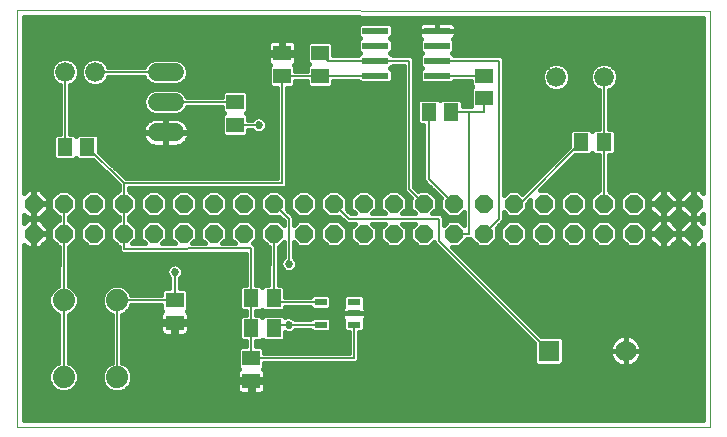
<source format=gtl>
G75*
%MOIN*%
%OFA0B0*%
%FSLAX25Y25*%
%IPPOS*%
%LPD*%
%AMOC8*
5,1,8,0,0,1.08239X$1,22.5*
%
%ADD10C,0.00000*%
%ADD11R,0.05118X0.05906*%
%ADD12R,0.05906X0.05118*%
%ADD13C,0.06600*%
%ADD14R,0.04331X0.02362*%
%ADD15R,0.08700X0.02400*%
%ADD16C,0.07400*%
%ADD17R,0.07000X0.07000*%
%ADD18C,0.07000*%
%ADD19OC8,0.06000*%
%ADD20C,0.06000*%
%ADD21C,0.00600*%
%ADD22C,0.02700*%
%ADD23C,0.01600*%
D10*
X0021800Y0021800D02*
X0021800Y0160501D01*
X0252745Y0160343D01*
X0252745Y0021800D01*
X0021800Y0021800D01*
D11*
X0099713Y0054556D03*
X0107194Y0054556D03*
X0107194Y0064556D03*
X0099713Y0064556D03*
X0045146Y0114989D03*
X0037666Y0114989D03*
X0158868Y0126800D03*
X0166348Y0126800D03*
X0209753Y0116643D03*
X0217233Y0116643D03*
D12*
X0177238Y0131292D03*
X0177238Y0138772D03*
X0122829Y0138787D03*
X0122829Y0146267D03*
X0110034Y0146262D03*
X0110034Y0138781D03*
X0094359Y0129910D03*
X0094359Y0122430D03*
X0074202Y0063926D03*
X0074202Y0056446D03*
X0099722Y0044622D03*
X0099722Y0037141D03*
D13*
X0201485Y0138217D03*
X0217233Y0138217D03*
X0047706Y0139989D03*
X0037706Y0139989D03*
D14*
X0122942Y0063296D03*
X0122942Y0055816D03*
X0133965Y0055816D03*
X0133965Y0059556D03*
X0133965Y0063296D03*
D15*
X0141133Y0138797D03*
X0141133Y0143797D03*
X0141133Y0148797D03*
X0141133Y0153797D03*
X0161733Y0153797D03*
X0161733Y0148797D03*
X0161733Y0143797D03*
X0161733Y0138797D03*
D16*
X0054991Y0063891D03*
X0037191Y0063891D03*
X0037191Y0038291D03*
X0054991Y0038291D03*
D17*
X0198965Y0047036D03*
D18*
X0224556Y0047036D03*
D19*
X0227233Y0086131D03*
X0217233Y0086131D03*
X0207233Y0086131D03*
X0197233Y0086131D03*
X0187233Y0086131D03*
X0177233Y0086131D03*
X0167233Y0086131D03*
X0157233Y0086131D03*
X0147233Y0086131D03*
X0137233Y0086131D03*
X0127233Y0086131D03*
X0117233Y0086131D03*
X0107233Y0086131D03*
X0097233Y0086131D03*
X0087233Y0086131D03*
X0077233Y0086131D03*
X0067233Y0086131D03*
X0057233Y0086131D03*
X0047233Y0086131D03*
X0037233Y0086131D03*
X0027233Y0086131D03*
X0027233Y0096131D03*
X0037233Y0096131D03*
X0047233Y0096131D03*
X0057233Y0096131D03*
X0067233Y0096131D03*
X0077233Y0096131D03*
X0087233Y0096131D03*
X0097233Y0096131D03*
X0107233Y0096131D03*
X0117233Y0096131D03*
X0127233Y0096131D03*
X0137233Y0096131D03*
X0147233Y0096131D03*
X0157233Y0096131D03*
X0167233Y0096131D03*
X0177233Y0096131D03*
X0187233Y0096131D03*
X0197233Y0096131D03*
X0207233Y0096131D03*
X0217233Y0096131D03*
X0227233Y0096131D03*
X0237233Y0096131D03*
X0247233Y0096131D03*
X0247233Y0086131D03*
X0237233Y0086131D03*
D20*
X0074209Y0119910D02*
X0068209Y0119910D01*
X0068209Y0129910D02*
X0074209Y0129910D01*
X0074209Y0139910D02*
X0068209Y0139910D01*
D21*
X0071209Y0139910D02*
X0047706Y0139989D01*
X0037706Y0139989D02*
X0037666Y0114989D01*
X0045146Y0114989D02*
X0057233Y0102902D01*
X0110053Y0102902D01*
X0110034Y0138781D01*
X0122829Y0138787D01*
X0141133Y0138797D01*
X0141133Y0143797D02*
X0152259Y0143797D01*
X0152259Y0101052D01*
X0157233Y0096131D01*
X0162233Y0091131D02*
X0162233Y0083769D01*
X0198965Y0047036D01*
X0177233Y0086131D02*
X0182275Y0091156D01*
X0182275Y0143797D01*
X0161733Y0143797D01*
X0161733Y0138797D02*
X0177238Y0138772D01*
X0177238Y0131292D02*
X0177238Y0126800D01*
X0172306Y0126800D01*
X0172306Y0086131D01*
X0167233Y0086131D01*
X0162233Y0091131D02*
X0132233Y0091131D01*
X0127233Y0096131D01*
X0112233Y0091131D02*
X0112233Y0076131D01*
X0107233Y0086131D02*
X0107194Y0064556D01*
X0108454Y0063296D01*
X0122942Y0063296D01*
X0122942Y0055816D02*
X0112233Y0055816D01*
X0108454Y0055816D01*
X0107194Y0054556D01*
X0099713Y0054556D02*
X0099722Y0044622D01*
X0133965Y0044556D01*
X0133965Y0055816D01*
X0099713Y0054556D02*
X0099713Y0064556D01*
X0099753Y0081170D01*
X0057233Y0081131D01*
X0057233Y0086131D01*
X0057233Y0096131D01*
X0057233Y0102902D01*
X0037233Y0096131D02*
X0037233Y0086131D01*
X0037191Y0063891D01*
X0037191Y0038291D01*
X0054991Y0038291D02*
X0054991Y0063891D01*
X0074202Y0063926D01*
X0074202Y0073454D01*
X0107233Y0096131D02*
X0112233Y0091131D01*
X0102233Y0122469D02*
X0094359Y0122430D01*
X0094359Y0129910D02*
X0071209Y0129910D01*
X0122829Y0146267D02*
X0125299Y0143797D01*
X0141133Y0143797D01*
X0158868Y0126800D02*
X0158868Y0104496D01*
X0167233Y0096131D01*
X0187233Y0096131D02*
X0189241Y0096131D01*
X0209753Y0116643D01*
X0217233Y0116643D02*
X0217233Y0096131D01*
X0217233Y0116643D02*
X0217233Y0138217D01*
X0172306Y0126800D02*
X0166348Y0126800D01*
D22*
X0102233Y0122469D03*
X0112233Y0076131D03*
X0112233Y0055816D03*
X0074202Y0073454D03*
D23*
X0076724Y0074551D02*
X0098037Y0074551D01*
X0098041Y0076149D02*
X0074879Y0076149D01*
X0074749Y0076204D02*
X0073655Y0076204D01*
X0072644Y0075785D01*
X0071870Y0075011D01*
X0071452Y0074001D01*
X0071452Y0072907D01*
X0071870Y0071896D01*
X0072502Y0071264D01*
X0072502Y0067885D01*
X0070669Y0067885D01*
X0069849Y0067065D01*
X0069849Y0065618D01*
X0059804Y0065600D01*
X0059315Y0066780D01*
X0057880Y0068215D01*
X0056006Y0068991D01*
X0053977Y0068991D01*
X0052102Y0068215D01*
X0050668Y0066780D01*
X0049891Y0064906D01*
X0049891Y0062877D01*
X0050668Y0061002D01*
X0052102Y0059568D01*
X0053291Y0059075D01*
X0053291Y0043107D01*
X0052102Y0042615D01*
X0050668Y0041180D01*
X0049891Y0039306D01*
X0049891Y0037277D01*
X0050668Y0035402D01*
X0052102Y0033968D01*
X0053977Y0033191D01*
X0056006Y0033191D01*
X0057880Y0033968D01*
X0059315Y0035402D01*
X0060091Y0037277D01*
X0060091Y0039306D01*
X0059315Y0041180D01*
X0057880Y0042615D01*
X0056691Y0043107D01*
X0056691Y0059075D01*
X0057880Y0059568D01*
X0059315Y0061002D01*
X0059811Y0062200D01*
X0069849Y0062218D01*
X0069849Y0060787D01*
X0070173Y0060462D01*
X0070144Y0060445D01*
X0069808Y0060110D01*
X0069571Y0059699D01*
X0069449Y0059242D01*
X0069449Y0056925D01*
X0073722Y0056925D01*
X0073722Y0055966D01*
X0074681Y0055966D01*
X0074681Y0052087D01*
X0077391Y0052087D01*
X0077849Y0052209D01*
X0078260Y0052446D01*
X0078595Y0052781D01*
X0078832Y0053192D01*
X0078954Y0053650D01*
X0078954Y0055966D01*
X0074681Y0055966D01*
X0074681Y0056925D01*
X0078954Y0056925D01*
X0078954Y0059242D01*
X0078832Y0059699D01*
X0078595Y0060110D01*
X0078260Y0060445D01*
X0078230Y0060462D01*
X0078554Y0060787D01*
X0078554Y0067065D01*
X0077734Y0067885D01*
X0075902Y0067885D01*
X0075902Y0071264D01*
X0076533Y0071896D01*
X0076952Y0072907D01*
X0076952Y0074001D01*
X0076533Y0075011D01*
X0075759Y0075785D01*
X0074749Y0076204D01*
X0073524Y0076149D02*
X0038914Y0076149D01*
X0038911Y0074551D02*
X0071680Y0074551D01*
X0071452Y0072952D02*
X0038908Y0072952D01*
X0038905Y0071354D02*
X0072412Y0071354D01*
X0072502Y0069755D02*
X0038902Y0069755D01*
X0038900Y0068704D02*
X0038925Y0081731D01*
X0039056Y0081731D01*
X0041633Y0084308D01*
X0041633Y0087953D01*
X0039056Y0090531D01*
X0038933Y0090531D01*
X0038933Y0091731D01*
X0039056Y0091731D01*
X0041633Y0094308D01*
X0041633Y0097953D01*
X0039056Y0100531D01*
X0035411Y0100531D01*
X0032833Y0097953D01*
X0032833Y0094308D01*
X0035411Y0091731D01*
X0035533Y0091731D01*
X0035533Y0090531D01*
X0035411Y0090531D01*
X0032833Y0087953D01*
X0032833Y0084308D01*
X0035411Y0081731D01*
X0035525Y0081731D01*
X0035500Y0068711D01*
X0034302Y0068215D01*
X0032868Y0066780D01*
X0032091Y0064906D01*
X0032091Y0062877D01*
X0032868Y0061002D01*
X0034302Y0059568D01*
X0035491Y0059075D01*
X0035491Y0043107D01*
X0034302Y0042615D01*
X0032868Y0041180D01*
X0032091Y0039306D01*
X0032091Y0037277D01*
X0032868Y0035402D01*
X0034302Y0033968D01*
X0036177Y0033191D01*
X0038206Y0033191D01*
X0040080Y0033968D01*
X0041515Y0035402D01*
X0042291Y0037277D01*
X0042291Y0039306D01*
X0041515Y0041180D01*
X0040080Y0042615D01*
X0038891Y0043107D01*
X0038891Y0059075D01*
X0040080Y0059568D01*
X0041515Y0061002D01*
X0042291Y0062877D01*
X0042291Y0064906D01*
X0041515Y0066780D01*
X0040080Y0068215D01*
X0038900Y0068704D01*
X0040138Y0068157D02*
X0052044Y0068157D01*
X0050576Y0066558D02*
X0041607Y0066558D01*
X0042269Y0064960D02*
X0049914Y0064960D01*
X0049891Y0063361D02*
X0042291Y0063361D01*
X0041830Y0061763D02*
X0050353Y0061763D01*
X0051506Y0060164D02*
X0040677Y0060164D01*
X0038891Y0058566D02*
X0053291Y0058566D01*
X0053291Y0056967D02*
X0038891Y0056967D01*
X0038891Y0055369D02*
X0053291Y0055369D01*
X0053291Y0053770D02*
X0038891Y0053770D01*
X0038891Y0052172D02*
X0053291Y0052172D01*
X0053291Y0050573D02*
X0038891Y0050573D01*
X0038891Y0048975D02*
X0053291Y0048975D01*
X0053291Y0047376D02*
X0038891Y0047376D01*
X0038891Y0045778D02*
X0053291Y0045778D01*
X0053291Y0044179D02*
X0038891Y0044179D01*
X0040115Y0042581D02*
X0052068Y0042581D01*
X0050586Y0040982D02*
X0041597Y0040982D01*
X0042259Y0039384D02*
X0049924Y0039384D01*
X0049891Y0037785D02*
X0042291Y0037785D01*
X0041840Y0036187D02*
X0050343Y0036187D01*
X0051482Y0034588D02*
X0040701Y0034588D01*
X0033682Y0034588D02*
X0024100Y0034588D01*
X0024100Y0032990D02*
X0095928Y0032990D01*
X0096075Y0032905D02*
X0096533Y0032782D01*
X0099243Y0032782D01*
X0099243Y0036662D01*
X0100202Y0036662D01*
X0100202Y0037621D01*
X0104475Y0037621D01*
X0104475Y0039937D01*
X0104352Y0040395D01*
X0104115Y0040806D01*
X0103780Y0041141D01*
X0103750Y0041158D01*
X0104075Y0041483D01*
X0104075Y0042913D01*
X0133260Y0042857D01*
X0133261Y0042856D01*
X0133961Y0042856D01*
X0134666Y0042855D01*
X0134668Y0042856D01*
X0134670Y0042856D01*
X0135165Y0043351D01*
X0135664Y0043848D01*
X0135664Y0043850D01*
X0135665Y0043852D01*
X0135665Y0044552D01*
X0135667Y0045257D01*
X0135665Y0045258D01*
X0135665Y0053235D01*
X0136711Y0053235D01*
X0137531Y0054055D01*
X0137531Y0057229D01*
X0137571Y0057270D01*
X0137808Y0057680D01*
X0137931Y0058138D01*
X0137931Y0059556D01*
X0137931Y0060974D01*
X0137808Y0061432D01*
X0137571Y0061842D01*
X0137531Y0061883D01*
X0137531Y0065057D01*
X0136711Y0065877D01*
X0131220Y0065877D01*
X0130400Y0065057D01*
X0130400Y0061883D01*
X0130360Y0061842D01*
X0130123Y0061432D01*
X0130000Y0060974D01*
X0130000Y0059556D01*
X0133965Y0059556D01*
X0133965Y0059556D01*
X0130000Y0059556D01*
X0130000Y0058138D01*
X0130123Y0057680D01*
X0130360Y0057270D01*
X0130400Y0057229D01*
X0130400Y0054055D01*
X0131220Y0053235D01*
X0132265Y0053235D01*
X0132265Y0046259D01*
X0104075Y0046313D01*
X0104075Y0047761D01*
X0103255Y0048581D01*
X0101419Y0048581D01*
X0101417Y0050203D01*
X0102852Y0050203D01*
X0103454Y0050804D01*
X0104055Y0050203D01*
X0110333Y0050203D01*
X0111153Y0051023D01*
X0111153Y0053287D01*
X0111686Y0053066D01*
X0112780Y0053066D01*
X0113791Y0053484D01*
X0114422Y0054116D01*
X0119376Y0054116D01*
X0119376Y0054055D01*
X0120196Y0053235D01*
X0125687Y0053235D01*
X0126507Y0054055D01*
X0126507Y0057577D01*
X0125687Y0058397D01*
X0120196Y0058397D01*
X0119376Y0057577D01*
X0119376Y0057516D01*
X0114422Y0057516D01*
X0113791Y0058147D01*
X0112780Y0058566D01*
X0111686Y0058566D01*
X0110972Y0058270D01*
X0110333Y0058909D01*
X0104055Y0058909D01*
X0103454Y0058307D01*
X0102852Y0058909D01*
X0101413Y0058909D01*
X0101413Y0060203D01*
X0102852Y0060203D01*
X0103454Y0060804D01*
X0104055Y0060203D01*
X0110333Y0060203D01*
X0111153Y0061023D01*
X0111153Y0061596D01*
X0119376Y0061596D01*
X0119376Y0061535D01*
X0120196Y0060715D01*
X0125687Y0060715D01*
X0126507Y0061535D01*
X0126507Y0065057D01*
X0125687Y0065877D01*
X0120196Y0065877D01*
X0119376Y0065057D01*
X0119376Y0064996D01*
X0111153Y0064996D01*
X0111153Y0068089D01*
X0110333Y0068909D01*
X0108902Y0068909D01*
X0108925Y0081731D01*
X0109056Y0081731D01*
X0110533Y0083208D01*
X0110533Y0078320D01*
X0109902Y0077688D01*
X0109483Y0076678D01*
X0109483Y0075584D01*
X0109902Y0074573D01*
X0110675Y0073799D01*
X0111686Y0073381D01*
X0112780Y0073381D01*
X0113791Y0073799D01*
X0114564Y0074573D01*
X0114983Y0075584D01*
X0114983Y0076678D01*
X0114564Y0077688D01*
X0113933Y0078320D01*
X0113933Y0083208D01*
X0115411Y0081731D01*
X0119056Y0081731D01*
X0121633Y0084308D01*
X0121633Y0087953D01*
X0119056Y0090531D01*
X0115411Y0090531D01*
X0113933Y0089053D01*
X0113933Y0091835D01*
X0112937Y0092831D01*
X0111546Y0094222D01*
X0111633Y0094308D01*
X0111633Y0097953D01*
X0109056Y0100531D01*
X0105411Y0100531D01*
X0102833Y0097953D01*
X0102833Y0094308D01*
X0105411Y0091731D01*
X0109056Y0091731D01*
X0109142Y0091817D01*
X0110533Y0090427D01*
X0110533Y0089053D01*
X0109056Y0090531D01*
X0105411Y0090531D01*
X0102833Y0087953D01*
X0102833Y0084308D01*
X0105411Y0081731D01*
X0105525Y0081731D01*
X0105502Y0068909D01*
X0104055Y0068909D01*
X0103454Y0068307D01*
X0102852Y0068909D01*
X0101424Y0068909D01*
X0101451Y0080465D01*
X0101453Y0080467D01*
X0101453Y0081170D01*
X0101454Y0081870D01*
X0101452Y0081873D01*
X0101452Y0081876D01*
X0100955Y0082372D01*
X0100461Y0082868D01*
X0100458Y0082868D01*
X0100455Y0082871D01*
X0100195Y0082870D01*
X0101633Y0084308D01*
X0101633Y0087953D01*
X0099056Y0090531D01*
X0095411Y0090531D01*
X0092833Y0087953D01*
X0092833Y0084308D01*
X0094276Y0082865D01*
X0090186Y0082861D01*
X0091633Y0084308D01*
X0091633Y0087953D01*
X0089056Y0090531D01*
X0085411Y0090531D01*
X0082833Y0087953D01*
X0082833Y0084308D01*
X0084286Y0082856D01*
X0080177Y0082852D01*
X0081633Y0084308D01*
X0081633Y0087953D01*
X0079056Y0090531D01*
X0075411Y0090531D01*
X0072833Y0087953D01*
X0072833Y0084308D01*
X0074295Y0082846D01*
X0070168Y0082843D01*
X0071633Y0084308D01*
X0071633Y0087953D01*
X0069056Y0090531D01*
X0065411Y0090531D01*
X0062833Y0087953D01*
X0062833Y0084308D01*
X0064304Y0082837D01*
X0060158Y0082833D01*
X0061633Y0084308D01*
X0061633Y0087953D01*
X0059056Y0090531D01*
X0058933Y0090531D01*
X0058933Y0091731D01*
X0059056Y0091731D01*
X0061633Y0094308D01*
X0061633Y0097953D01*
X0059056Y0100531D01*
X0058933Y0100531D01*
X0058933Y0101202D01*
X0109350Y0101202D01*
X0110054Y0101202D01*
X0110757Y0101202D01*
X0110758Y0101203D01*
X0111256Y0101701D01*
X0111753Y0102198D01*
X0111753Y0102199D01*
X0111754Y0102199D01*
X0111753Y0102908D01*
X0111753Y0103607D01*
X0111736Y0134822D01*
X0113567Y0134822D01*
X0114387Y0135642D01*
X0114387Y0137083D01*
X0118476Y0137085D01*
X0118476Y0135648D01*
X0119296Y0134828D01*
X0126362Y0134828D01*
X0127182Y0135648D01*
X0127182Y0137089D01*
X0135383Y0137094D01*
X0135383Y0137017D01*
X0136203Y0136197D01*
X0146063Y0136197D01*
X0146883Y0137017D01*
X0146883Y0140577D01*
X0146163Y0141297D01*
X0146883Y0142017D01*
X0146883Y0142097D01*
X0150559Y0142097D01*
X0150559Y0101751D01*
X0150555Y0101748D01*
X0150559Y0101048D01*
X0150559Y0100348D01*
X0150563Y0100345D01*
X0150563Y0100339D01*
X0151061Y0099847D01*
X0151555Y0099352D01*
X0151560Y0099352D01*
X0152903Y0098023D01*
X0152833Y0097953D01*
X0152833Y0094308D01*
X0154311Y0092831D01*
X0150156Y0092831D01*
X0151633Y0094308D01*
X0151633Y0097953D01*
X0149056Y0100531D01*
X0145411Y0100531D01*
X0142833Y0097953D01*
X0142833Y0094308D01*
X0144311Y0092831D01*
X0140156Y0092831D01*
X0141633Y0094308D01*
X0141633Y0097953D01*
X0139056Y0100531D01*
X0135411Y0100531D01*
X0132833Y0097953D01*
X0132833Y0094308D01*
X0134311Y0092831D01*
X0132937Y0092831D01*
X0131546Y0094222D01*
X0131633Y0094308D01*
X0131633Y0097953D01*
X0129056Y0100531D01*
X0125411Y0100531D01*
X0122833Y0097953D01*
X0122833Y0094308D01*
X0125411Y0091731D01*
X0129056Y0091731D01*
X0129142Y0091817D01*
X0130533Y0090427D01*
X0131529Y0089431D01*
X0134311Y0089431D01*
X0132833Y0087953D01*
X0132833Y0084308D01*
X0135411Y0081731D01*
X0139056Y0081731D01*
X0141633Y0084308D01*
X0141633Y0087953D01*
X0140156Y0089431D01*
X0144311Y0089431D01*
X0142833Y0087953D01*
X0142833Y0084308D01*
X0145411Y0081731D01*
X0149056Y0081731D01*
X0151633Y0084308D01*
X0151633Y0087953D01*
X0150156Y0089431D01*
X0154311Y0089431D01*
X0152833Y0087953D01*
X0152833Y0084308D01*
X0155411Y0081731D01*
X0159056Y0081731D01*
X0160533Y0083208D01*
X0160533Y0083064D01*
X0194065Y0049532D01*
X0194065Y0042956D01*
X0194885Y0042136D01*
X0203045Y0042136D01*
X0203865Y0042956D01*
X0203865Y0051116D01*
X0203045Y0051936D01*
X0196470Y0051936D01*
X0166675Y0081731D01*
X0169056Y0081731D01*
X0171633Y0084308D01*
X0171633Y0084431D01*
X0172833Y0084431D01*
X0172833Y0084308D01*
X0175411Y0081731D01*
X0179056Y0081731D01*
X0181633Y0084308D01*
X0181633Y0087953D01*
X0181551Y0088035D01*
X0182977Y0089456D01*
X0182979Y0089456D01*
X0183474Y0089952D01*
X0183974Y0090449D01*
X0183974Y0090451D01*
X0183975Y0090452D01*
X0183975Y0091154D01*
X0183976Y0091858D01*
X0183975Y0091859D01*
X0183975Y0093167D01*
X0185411Y0091731D01*
X0189056Y0091731D01*
X0191633Y0094308D01*
X0191633Y0096119D01*
X0192833Y0097319D01*
X0192833Y0094308D01*
X0195411Y0091731D01*
X0199056Y0091731D01*
X0201633Y0094308D01*
X0201633Y0097953D01*
X0199056Y0100531D01*
X0196045Y0100531D01*
X0207804Y0112290D01*
X0212892Y0112290D01*
X0213493Y0112891D01*
X0214094Y0112290D01*
X0215533Y0112290D01*
X0215533Y0100531D01*
X0215411Y0100531D01*
X0212833Y0097953D01*
X0212833Y0094308D01*
X0215411Y0091731D01*
X0219056Y0091731D01*
X0221633Y0094308D01*
X0221633Y0097953D01*
X0219056Y0100531D01*
X0218933Y0100531D01*
X0218933Y0112290D01*
X0220372Y0112290D01*
X0221192Y0113110D01*
X0221192Y0120175D01*
X0220372Y0120995D01*
X0218933Y0120995D01*
X0218933Y0133834D01*
X0219895Y0134233D01*
X0221218Y0135555D01*
X0221933Y0137282D01*
X0221933Y0139152D01*
X0221218Y0140880D01*
X0219895Y0142202D01*
X0218168Y0142917D01*
X0216298Y0142917D01*
X0214571Y0142202D01*
X0213249Y0140880D01*
X0212533Y0139152D01*
X0212533Y0137282D01*
X0213249Y0135555D01*
X0214571Y0134233D01*
X0215533Y0133834D01*
X0215533Y0120995D01*
X0214094Y0120995D01*
X0213493Y0120394D01*
X0212892Y0120995D01*
X0206614Y0120995D01*
X0205794Y0120175D01*
X0205794Y0115088D01*
X0190146Y0099440D01*
X0189056Y0100531D01*
X0185411Y0100531D01*
X0183975Y0099095D01*
X0183975Y0144501D01*
X0182979Y0145497D01*
X0167483Y0145497D01*
X0167483Y0145577D01*
X0166763Y0146297D01*
X0167483Y0147017D01*
X0167483Y0150577D01*
X0167007Y0151052D01*
X0167188Y0151157D01*
X0167523Y0151492D01*
X0167760Y0151902D01*
X0167883Y0152360D01*
X0167883Y0153797D01*
X0161733Y0153797D01*
X0161733Y0153797D01*
X0167883Y0153797D01*
X0167883Y0155234D01*
X0167760Y0155692D01*
X0167523Y0156102D01*
X0167188Y0156438D01*
X0166777Y0156674D01*
X0166320Y0156797D01*
X0161733Y0156797D01*
X0161733Y0153797D01*
X0161733Y0153797D01*
X0155583Y0153797D01*
X0155583Y0152360D01*
X0155705Y0151902D01*
X0155942Y0151492D01*
X0156277Y0151157D01*
X0156458Y0151052D01*
X0155983Y0150577D01*
X0155983Y0147017D01*
X0156703Y0146297D01*
X0155983Y0145577D01*
X0155983Y0142017D01*
X0156703Y0141297D01*
X0155983Y0140577D01*
X0155983Y0137017D01*
X0156803Y0136197D01*
X0166663Y0136197D01*
X0167483Y0137017D01*
X0167483Y0137088D01*
X0172885Y0137079D01*
X0172885Y0135633D01*
X0173486Y0135032D01*
X0172885Y0134431D01*
X0172885Y0128500D01*
X0170307Y0128500D01*
X0170307Y0130333D01*
X0169487Y0131153D01*
X0163209Y0131153D01*
X0162608Y0130552D01*
X0162007Y0131153D01*
X0155729Y0131153D01*
X0154909Y0130333D01*
X0154909Y0123267D01*
X0155729Y0122447D01*
X0157168Y0122447D01*
X0157168Y0103791D01*
X0162920Y0098040D01*
X0162833Y0097953D01*
X0162833Y0094308D01*
X0165411Y0091731D01*
X0169056Y0091731D01*
X0170606Y0093281D01*
X0170606Y0088980D01*
X0169056Y0090531D01*
X0165411Y0090531D01*
X0163933Y0089053D01*
X0163933Y0091835D01*
X0162937Y0092831D01*
X0161529Y0092831D01*
X0160156Y0092831D01*
X0161633Y0094308D01*
X0161633Y0097953D01*
X0159056Y0100531D01*
X0155411Y0100531D01*
X0155307Y0100428D01*
X0153959Y0101762D01*
X0153959Y0144501D01*
X0152963Y0145497D01*
X0146883Y0145497D01*
X0146883Y0145577D01*
X0146163Y0146297D01*
X0146883Y0147017D01*
X0146883Y0150577D01*
X0146163Y0151297D01*
X0146883Y0152017D01*
X0146883Y0155577D01*
X0146063Y0156397D01*
X0136203Y0156397D01*
X0135383Y0155577D01*
X0135383Y0152017D01*
X0136103Y0151297D01*
X0135383Y0150577D01*
X0135383Y0147017D01*
X0136103Y0146297D01*
X0135383Y0145577D01*
X0135383Y0145497D01*
X0127182Y0145497D01*
X0127182Y0149406D01*
X0126362Y0150226D01*
X0119296Y0150226D01*
X0118476Y0149406D01*
X0118476Y0143128D01*
X0119078Y0142527D01*
X0118476Y0141926D01*
X0118476Y0140485D01*
X0114387Y0140483D01*
X0114387Y0141920D01*
X0114062Y0142245D01*
X0114092Y0142262D01*
X0114427Y0142597D01*
X0114664Y0143008D01*
X0114787Y0143465D01*
X0114787Y0145782D01*
X0110513Y0145782D01*
X0110513Y0146741D01*
X0109554Y0146741D01*
X0109554Y0145782D01*
X0105281Y0145782D01*
X0105281Y0143465D01*
X0105404Y0143008D01*
X0105641Y0142597D01*
X0105976Y0142262D01*
X0106006Y0142245D01*
X0105681Y0141920D01*
X0105681Y0135642D01*
X0106501Y0134822D01*
X0108336Y0134822D01*
X0108352Y0104602D01*
X0057937Y0104602D01*
X0049105Y0113434D01*
X0049105Y0118522D01*
X0048285Y0119342D01*
X0042007Y0119342D01*
X0041406Y0118741D01*
X0040805Y0119342D01*
X0039373Y0119342D01*
X0039399Y0135603D01*
X0040368Y0136005D01*
X0041690Y0137327D01*
X0042405Y0139054D01*
X0042405Y0140924D01*
X0041690Y0142651D01*
X0040368Y0143973D01*
X0038640Y0144689D01*
X0036771Y0144689D01*
X0035043Y0143973D01*
X0033721Y0142651D01*
X0033006Y0140924D01*
X0033006Y0139054D01*
X0033721Y0137327D01*
X0035043Y0136005D01*
X0035999Y0135609D01*
X0035973Y0119342D01*
X0034527Y0119342D01*
X0033707Y0118522D01*
X0033707Y0111456D01*
X0034527Y0110636D01*
X0040805Y0110636D01*
X0041406Y0111237D01*
X0042007Y0110636D01*
X0047095Y0110636D01*
X0055533Y0102198D01*
X0055533Y0100531D01*
X0055411Y0100531D01*
X0052833Y0097953D01*
X0052833Y0094308D01*
X0055411Y0091731D01*
X0055533Y0091731D01*
X0055533Y0090531D01*
X0055411Y0090531D01*
X0052833Y0087953D01*
X0052833Y0084308D01*
X0055411Y0081731D01*
X0055533Y0081731D01*
X0055533Y0081129D01*
X0055533Y0080427D01*
X0055534Y0080426D01*
X0055534Y0080425D01*
X0056032Y0079928D01*
X0056529Y0079431D01*
X0056530Y0079431D01*
X0056530Y0079430D01*
X0057235Y0079431D01*
X0057937Y0079431D01*
X0057938Y0079431D01*
X0098049Y0079469D01*
X0098024Y0068909D01*
X0096574Y0068909D01*
X0095754Y0068089D01*
X0095754Y0061023D01*
X0096574Y0060203D01*
X0098013Y0060203D01*
X0098013Y0058909D01*
X0096574Y0058909D01*
X0095754Y0058089D01*
X0095754Y0051023D01*
X0096574Y0050203D01*
X0098017Y0050203D01*
X0098019Y0048581D01*
X0096190Y0048581D01*
X0095370Y0047761D01*
X0095370Y0041483D01*
X0095694Y0041158D01*
X0095664Y0041141D01*
X0095329Y0040806D01*
X0095092Y0040395D01*
X0094970Y0039937D01*
X0094970Y0037621D01*
X0099243Y0037621D01*
X0099243Y0036662D01*
X0094970Y0036662D01*
X0094970Y0034345D01*
X0095092Y0033887D01*
X0095329Y0033477D01*
X0095664Y0033142D01*
X0096075Y0032905D01*
X0094970Y0034588D02*
X0058501Y0034588D01*
X0059640Y0036187D02*
X0094970Y0036187D01*
X0094970Y0037785D02*
X0060091Y0037785D01*
X0060059Y0039384D02*
X0094970Y0039384D01*
X0095506Y0040982D02*
X0059397Y0040982D01*
X0057915Y0042581D02*
X0095370Y0042581D01*
X0095370Y0044179D02*
X0056691Y0044179D01*
X0056691Y0045778D02*
X0095370Y0045778D01*
X0095370Y0047376D02*
X0056691Y0047376D01*
X0056691Y0048975D02*
X0098018Y0048975D01*
X0096204Y0050573D02*
X0056691Y0050573D01*
X0056691Y0052172D02*
X0070694Y0052172D01*
X0070554Y0052209D02*
X0071012Y0052087D01*
X0073722Y0052087D01*
X0073722Y0055966D01*
X0069449Y0055966D01*
X0069449Y0053650D01*
X0069571Y0053192D01*
X0069808Y0052781D01*
X0070144Y0052446D01*
X0070554Y0052209D01*
X0069449Y0053770D02*
X0056691Y0053770D01*
X0056691Y0055369D02*
X0069449Y0055369D01*
X0069449Y0056967D02*
X0056691Y0056967D01*
X0056691Y0058566D02*
X0069449Y0058566D01*
X0069863Y0060164D02*
X0058477Y0060164D01*
X0059630Y0061763D02*
X0069849Y0061763D01*
X0069849Y0066558D02*
X0059407Y0066558D01*
X0057938Y0068157D02*
X0072502Y0068157D01*
X0075902Y0068157D02*
X0095823Y0068157D01*
X0095754Y0066558D02*
X0078554Y0066558D01*
X0078554Y0064960D02*
X0095754Y0064960D01*
X0095754Y0063361D02*
X0078554Y0063361D01*
X0078554Y0061763D02*
X0095754Y0061763D01*
X0098013Y0060164D02*
X0078540Y0060164D01*
X0078954Y0058566D02*
X0096232Y0058566D01*
X0095754Y0056967D02*
X0078954Y0056967D01*
X0078954Y0055369D02*
X0095754Y0055369D01*
X0095754Y0053770D02*
X0078954Y0053770D01*
X0077709Y0052172D02*
X0095754Y0052172D01*
X0101418Y0048975D02*
X0132265Y0048975D01*
X0132265Y0050573D02*
X0110703Y0050573D01*
X0111153Y0052172D02*
X0132265Y0052172D01*
X0130685Y0053770D02*
X0126223Y0053770D01*
X0126507Y0055369D02*
X0130400Y0055369D01*
X0130400Y0056967D02*
X0126507Y0056967D01*
X0130000Y0058566D02*
X0110676Y0058566D01*
X0114077Y0053770D02*
X0119661Y0053770D01*
X0126507Y0061763D02*
X0130314Y0061763D01*
X0130400Y0063361D02*
X0126507Y0063361D01*
X0126507Y0064960D02*
X0130400Y0064960D01*
X0130000Y0060164D02*
X0101413Y0060164D01*
X0103195Y0058566D02*
X0103712Y0058566D01*
X0103685Y0050573D02*
X0103222Y0050573D01*
X0104075Y0047376D02*
X0132265Y0047376D01*
X0135665Y0047376D02*
X0194065Y0047376D01*
X0194065Y0045778D02*
X0135665Y0045778D01*
X0135665Y0044179D02*
X0194065Y0044179D01*
X0194441Y0042581D02*
X0104075Y0042581D01*
X0103939Y0040982D02*
X0250445Y0040982D01*
X0250445Y0039384D02*
X0104475Y0039384D01*
X0104475Y0037785D02*
X0250445Y0037785D01*
X0250445Y0036187D02*
X0104475Y0036187D01*
X0104475Y0036662D02*
X0100202Y0036662D01*
X0100202Y0032782D01*
X0102912Y0032782D01*
X0103370Y0032905D01*
X0103780Y0033142D01*
X0104115Y0033477D01*
X0104352Y0033887D01*
X0104475Y0034345D01*
X0104475Y0036662D01*
X0104475Y0034588D02*
X0250445Y0034588D01*
X0250445Y0032990D02*
X0103516Y0032990D01*
X0100202Y0032990D02*
X0099243Y0032990D01*
X0099243Y0034588D02*
X0100202Y0034588D01*
X0100202Y0036187D02*
X0099243Y0036187D01*
X0074681Y0052172D02*
X0073722Y0052172D01*
X0073722Y0053770D02*
X0074681Y0053770D01*
X0074681Y0055369D02*
X0073722Y0055369D01*
X0075902Y0069755D02*
X0098026Y0069755D01*
X0098030Y0071354D02*
X0075991Y0071354D01*
X0076952Y0072952D02*
X0098033Y0072952D01*
X0101433Y0072952D02*
X0105509Y0072952D01*
X0105506Y0071354D02*
X0101429Y0071354D01*
X0101426Y0069755D02*
X0105503Y0069755D01*
X0108903Y0069755D02*
X0173842Y0069755D01*
X0175441Y0068157D02*
X0111084Y0068157D01*
X0111153Y0066558D02*
X0177039Y0066558D01*
X0178638Y0064960D02*
X0137531Y0064960D01*
X0137531Y0063361D02*
X0180236Y0063361D01*
X0181835Y0061763D02*
X0137617Y0061763D01*
X0137931Y0060164D02*
X0183433Y0060164D01*
X0185032Y0058566D02*
X0137931Y0058566D01*
X0137931Y0059556D02*
X0133965Y0059556D01*
X0137931Y0059556D01*
X0137531Y0056967D02*
X0186630Y0056967D01*
X0188229Y0055369D02*
X0137531Y0055369D01*
X0137246Y0053770D02*
X0189827Y0053770D01*
X0191426Y0052172D02*
X0135665Y0052172D01*
X0135665Y0050573D02*
X0193024Y0050573D01*
X0194065Y0048975D02*
X0135665Y0048975D01*
X0133965Y0059556D02*
X0133965Y0059556D01*
X0114542Y0074551D02*
X0169047Y0074551D01*
X0170645Y0072952D02*
X0108909Y0072952D01*
X0108906Y0071354D02*
X0172244Y0071354D01*
X0175453Y0072952D02*
X0250445Y0072952D01*
X0250445Y0071354D02*
X0177052Y0071354D01*
X0178650Y0069755D02*
X0250445Y0069755D01*
X0250445Y0068157D02*
X0180249Y0068157D01*
X0181847Y0066558D02*
X0250445Y0066558D01*
X0250445Y0064960D02*
X0183446Y0064960D01*
X0185044Y0063361D02*
X0250445Y0063361D01*
X0250445Y0061763D02*
X0186643Y0061763D01*
X0188241Y0060164D02*
X0250445Y0060164D01*
X0250445Y0058566D02*
X0189840Y0058566D01*
X0191438Y0056967D02*
X0250445Y0056967D01*
X0250445Y0055369D02*
X0193037Y0055369D01*
X0194635Y0053770D02*
X0250445Y0053770D01*
X0250445Y0052172D02*
X0225902Y0052172D01*
X0225797Y0052206D02*
X0224973Y0052336D01*
X0224556Y0052336D01*
X0224556Y0047036D01*
X0224556Y0041736D01*
X0224973Y0041736D01*
X0225797Y0041867D01*
X0226590Y0042125D01*
X0227334Y0042503D01*
X0228009Y0042994D01*
X0228599Y0043584D01*
X0229089Y0044258D01*
X0229468Y0045002D01*
X0229725Y0045795D01*
X0229856Y0046619D01*
X0229856Y0047036D01*
X0224556Y0047036D01*
X0224556Y0047036D01*
X0224556Y0047036D01*
X0224556Y0041736D01*
X0224139Y0041736D01*
X0223315Y0041867D01*
X0222521Y0042125D01*
X0221778Y0042503D01*
X0221103Y0042994D01*
X0220513Y0043584D01*
X0220023Y0044258D01*
X0219644Y0045002D01*
X0219386Y0045795D01*
X0219256Y0046619D01*
X0219256Y0047036D01*
X0224556Y0047036D01*
X0229856Y0047036D01*
X0229856Y0047453D01*
X0229725Y0048277D01*
X0229468Y0049071D01*
X0229089Y0049814D01*
X0228599Y0050489D01*
X0228009Y0051079D01*
X0227334Y0051569D01*
X0226590Y0051948D01*
X0225797Y0052206D01*
X0224556Y0052172D02*
X0224556Y0052172D01*
X0224556Y0052336D02*
X0224139Y0052336D01*
X0223315Y0052206D01*
X0222521Y0051948D01*
X0221778Y0051569D01*
X0221103Y0051079D01*
X0220513Y0050489D01*
X0220023Y0049814D01*
X0219644Y0049071D01*
X0219386Y0048277D01*
X0219256Y0047453D01*
X0219256Y0047036D01*
X0224556Y0047036D01*
X0224556Y0047036D01*
X0224556Y0047036D01*
X0224556Y0052336D01*
X0223210Y0052172D02*
X0196234Y0052172D01*
X0203865Y0050573D02*
X0220598Y0050573D01*
X0219613Y0048975D02*
X0203865Y0048975D01*
X0203865Y0047376D02*
X0219256Y0047376D01*
X0219392Y0045778D02*
X0203865Y0045778D01*
X0203865Y0044179D02*
X0220080Y0044179D01*
X0221672Y0042581D02*
X0203490Y0042581D01*
X0224556Y0042581D02*
X0224556Y0042581D01*
X0224556Y0044179D02*
X0224556Y0044179D01*
X0224556Y0045778D02*
X0224556Y0045778D01*
X0224556Y0047376D02*
X0224556Y0047376D01*
X0224556Y0048975D02*
X0224556Y0048975D01*
X0224556Y0050573D02*
X0224556Y0050573D01*
X0228514Y0050573D02*
X0250445Y0050573D01*
X0250445Y0048975D02*
X0229499Y0048975D01*
X0229856Y0047376D02*
X0250445Y0047376D01*
X0250445Y0045778D02*
X0229720Y0045778D01*
X0229031Y0044179D02*
X0250445Y0044179D01*
X0250445Y0042581D02*
X0227440Y0042581D01*
X0250445Y0031391D02*
X0024100Y0031391D01*
X0024100Y0029793D02*
X0250445Y0029793D01*
X0250445Y0028194D02*
X0024100Y0028194D01*
X0024100Y0026596D02*
X0250445Y0026596D01*
X0250445Y0024997D02*
X0024100Y0024997D01*
X0024100Y0024100D02*
X0024100Y0082476D01*
X0025245Y0081331D01*
X0027033Y0081331D01*
X0027033Y0085931D01*
X0027433Y0085931D01*
X0027433Y0086331D01*
X0027033Y0086331D01*
X0027033Y0090931D01*
X0025245Y0090931D01*
X0024100Y0089786D01*
X0024100Y0092476D01*
X0025245Y0091331D01*
X0027033Y0091331D01*
X0027033Y0095931D01*
X0027433Y0095931D01*
X0027433Y0096331D01*
X0027033Y0096331D01*
X0027033Y0100931D01*
X0025245Y0100931D01*
X0024100Y0099786D01*
X0024100Y0158199D01*
X0250445Y0158045D01*
X0250445Y0099707D01*
X0249221Y0100931D01*
X0247433Y0100931D01*
X0247433Y0096331D01*
X0247033Y0096331D01*
X0247033Y0100931D01*
X0245245Y0100931D01*
X0242433Y0098119D01*
X0242433Y0096331D01*
X0247033Y0096331D01*
X0247033Y0095931D01*
X0242433Y0095931D01*
X0242433Y0094142D01*
X0245245Y0091331D01*
X0247033Y0091331D01*
X0247033Y0095931D01*
X0247433Y0095931D01*
X0247433Y0091331D01*
X0249221Y0091331D01*
X0250445Y0092554D01*
X0250445Y0089707D01*
X0249221Y0090931D01*
X0247433Y0090931D01*
X0247433Y0086331D01*
X0247033Y0086331D01*
X0247033Y0090931D01*
X0245245Y0090931D01*
X0242433Y0088119D01*
X0242433Y0086331D01*
X0247033Y0086331D01*
X0247033Y0085931D01*
X0242433Y0085931D01*
X0242433Y0084142D01*
X0245245Y0081331D01*
X0247033Y0081331D01*
X0247033Y0085931D01*
X0247433Y0085931D01*
X0247433Y0081331D01*
X0249221Y0081331D01*
X0250445Y0082554D01*
X0250445Y0024100D01*
X0024100Y0024100D01*
X0024100Y0036187D02*
X0032543Y0036187D01*
X0032091Y0037785D02*
X0024100Y0037785D01*
X0024100Y0039384D02*
X0032124Y0039384D01*
X0032786Y0040982D02*
X0024100Y0040982D01*
X0024100Y0042581D02*
X0034268Y0042581D01*
X0035491Y0044179D02*
X0024100Y0044179D01*
X0024100Y0045778D02*
X0035491Y0045778D01*
X0035491Y0047376D02*
X0024100Y0047376D01*
X0024100Y0048975D02*
X0035491Y0048975D01*
X0035491Y0050573D02*
X0024100Y0050573D01*
X0024100Y0052172D02*
X0035491Y0052172D01*
X0035491Y0053770D02*
X0024100Y0053770D01*
X0024100Y0055369D02*
X0035491Y0055369D01*
X0035491Y0056967D02*
X0024100Y0056967D01*
X0024100Y0058566D02*
X0035491Y0058566D01*
X0033706Y0060164D02*
X0024100Y0060164D01*
X0024100Y0061763D02*
X0032553Y0061763D01*
X0032091Y0063361D02*
X0024100Y0063361D01*
X0024100Y0064960D02*
X0032114Y0064960D01*
X0032776Y0066558D02*
X0024100Y0066558D01*
X0024100Y0068157D02*
X0034244Y0068157D01*
X0035502Y0069755D02*
X0024100Y0069755D01*
X0024100Y0071354D02*
X0035505Y0071354D01*
X0035508Y0072952D02*
X0024100Y0072952D01*
X0024100Y0074551D02*
X0035511Y0074551D01*
X0035514Y0076149D02*
X0024100Y0076149D01*
X0024100Y0077748D02*
X0035517Y0077748D01*
X0035520Y0079346D02*
X0024100Y0079346D01*
X0024100Y0080945D02*
X0035523Y0080945D01*
X0034598Y0082543D02*
X0030434Y0082543D01*
X0029221Y0081331D02*
X0032033Y0084142D01*
X0032999Y0084142D01*
X0032033Y0084142D02*
X0032033Y0085931D01*
X0027433Y0085931D01*
X0027433Y0081331D01*
X0029221Y0081331D01*
X0027433Y0082543D02*
X0027033Y0082543D01*
X0027033Y0084142D02*
X0027433Y0084142D01*
X0027433Y0085740D02*
X0027033Y0085740D01*
X0027433Y0086331D02*
X0032033Y0086331D01*
X0032033Y0088119D01*
X0029221Y0090931D01*
X0027433Y0090931D01*
X0027433Y0086331D01*
X0027433Y0087339D02*
X0027033Y0087339D01*
X0027033Y0088937D02*
X0027433Y0088937D01*
X0027433Y0090536D02*
X0027033Y0090536D01*
X0027433Y0091331D02*
X0029221Y0091331D01*
X0032033Y0094142D01*
X0032033Y0095931D01*
X0027433Y0095931D01*
X0027433Y0091331D01*
X0027433Y0092134D02*
X0027033Y0092134D01*
X0027033Y0093733D02*
X0027433Y0093733D01*
X0027433Y0095332D02*
X0027033Y0095332D01*
X0027433Y0096331D02*
X0032033Y0096331D01*
X0032033Y0098119D01*
X0029221Y0100931D01*
X0027433Y0100931D01*
X0027433Y0096331D01*
X0027433Y0096930D02*
X0027033Y0096930D01*
X0027033Y0098529D02*
X0027433Y0098529D01*
X0027433Y0100127D02*
X0027033Y0100127D01*
X0024441Y0100127D02*
X0024100Y0100127D01*
X0024100Y0101726D02*
X0055533Y0101726D01*
X0055007Y0100127D02*
X0049459Y0100127D01*
X0049056Y0100531D02*
X0045411Y0100531D01*
X0042833Y0097953D01*
X0042833Y0094308D01*
X0045411Y0091731D01*
X0049056Y0091731D01*
X0051633Y0094308D01*
X0051633Y0097953D01*
X0049056Y0100531D01*
X0051058Y0098529D02*
X0053408Y0098529D01*
X0052833Y0096930D02*
X0051633Y0096930D01*
X0051633Y0095332D02*
X0052833Y0095332D01*
X0053408Y0093733D02*
X0051058Y0093733D01*
X0049459Y0092134D02*
X0055007Y0092134D01*
X0055533Y0090536D02*
X0038933Y0090536D01*
X0039459Y0092134D02*
X0045007Y0092134D01*
X0045411Y0090531D02*
X0042833Y0087953D01*
X0042833Y0084308D01*
X0045411Y0081731D01*
X0049056Y0081731D01*
X0051633Y0084308D01*
X0051633Y0087953D01*
X0049056Y0090531D01*
X0045411Y0090531D01*
X0043817Y0088937D02*
X0040649Y0088937D01*
X0041633Y0087339D02*
X0042833Y0087339D01*
X0042833Y0085740D02*
X0041633Y0085740D01*
X0041467Y0084142D02*
X0042999Y0084142D01*
X0044598Y0082543D02*
X0039868Y0082543D01*
X0038923Y0080945D02*
X0055533Y0080945D01*
X0054598Y0082543D02*
X0049868Y0082543D01*
X0051467Y0084142D02*
X0052999Y0084142D01*
X0052833Y0085740D02*
X0051633Y0085740D01*
X0051633Y0087339D02*
X0052833Y0087339D01*
X0053817Y0088937D02*
X0050649Y0088937D01*
X0058933Y0090536D02*
X0110424Y0090536D01*
X0113933Y0090536D02*
X0130424Y0090536D01*
X0129056Y0090531D02*
X0125411Y0090531D01*
X0122833Y0087953D01*
X0122833Y0084308D01*
X0125411Y0081731D01*
X0129056Y0081731D01*
X0131633Y0084308D01*
X0131633Y0087953D01*
X0129056Y0090531D01*
X0130649Y0088937D02*
X0133817Y0088937D01*
X0132833Y0087339D02*
X0131633Y0087339D01*
X0131633Y0085740D02*
X0132833Y0085740D01*
X0132999Y0084142D02*
X0131467Y0084142D01*
X0129868Y0082543D02*
X0134598Y0082543D01*
X0139868Y0082543D02*
X0144598Y0082543D01*
X0142999Y0084142D02*
X0141467Y0084142D01*
X0141633Y0085740D02*
X0142833Y0085740D01*
X0142833Y0087339D02*
X0141633Y0087339D01*
X0140649Y0088937D02*
X0143817Y0088937D01*
X0143408Y0093733D02*
X0141058Y0093733D01*
X0141633Y0095332D02*
X0142833Y0095332D01*
X0142833Y0096930D02*
X0141633Y0096930D01*
X0141058Y0098529D02*
X0143408Y0098529D01*
X0145007Y0100127D02*
X0139459Y0100127D01*
X0135007Y0100127D02*
X0129459Y0100127D01*
X0131058Y0098529D02*
X0133408Y0098529D01*
X0132833Y0096930D02*
X0131633Y0096930D01*
X0131633Y0095332D02*
X0132833Y0095332D01*
X0133408Y0093733D02*
X0132035Y0093733D01*
X0125007Y0092134D02*
X0119459Y0092134D01*
X0119056Y0091731D02*
X0115411Y0091731D01*
X0112833Y0094308D01*
X0112833Y0097953D01*
X0115411Y0100531D01*
X0119056Y0100531D01*
X0121633Y0097953D01*
X0121633Y0094308D01*
X0119056Y0091731D01*
X0120649Y0088937D02*
X0123817Y0088937D01*
X0122833Y0087339D02*
X0121633Y0087339D01*
X0121633Y0085740D02*
X0122833Y0085740D01*
X0122999Y0084142D02*
X0121467Y0084142D01*
X0119868Y0082543D02*
X0124598Y0082543D01*
X0114598Y0082543D02*
X0113933Y0082543D01*
X0113933Y0080945D02*
X0162652Y0080945D01*
X0161054Y0082543D02*
X0159868Y0082543D01*
X0164251Y0079346D02*
X0113933Y0079346D01*
X0114505Y0077748D02*
X0165850Y0077748D01*
X0167448Y0076149D02*
X0114983Y0076149D01*
X0109961Y0077748D02*
X0108918Y0077748D01*
X0108921Y0079346D02*
X0110533Y0079346D01*
X0110533Y0080945D02*
X0108924Y0080945D01*
X0109868Y0082543D02*
X0110533Y0082543D01*
X0105524Y0080945D02*
X0101453Y0080945D01*
X0101448Y0079346D02*
X0105521Y0079346D01*
X0105518Y0077748D02*
X0101445Y0077748D01*
X0101441Y0076149D02*
X0105515Y0076149D01*
X0105512Y0074551D02*
X0101437Y0074551D01*
X0098045Y0077748D02*
X0038917Y0077748D01*
X0038920Y0079346D02*
X0098048Y0079346D01*
X0100784Y0082543D02*
X0104598Y0082543D01*
X0102999Y0084142D02*
X0101467Y0084142D01*
X0101633Y0085740D02*
X0102833Y0085740D01*
X0102833Y0087339D02*
X0101633Y0087339D01*
X0100649Y0088937D02*
X0103817Y0088937D01*
X0105007Y0092134D02*
X0099459Y0092134D01*
X0099056Y0091731D02*
X0095411Y0091731D01*
X0092833Y0094308D01*
X0092833Y0097953D01*
X0095411Y0100531D01*
X0099056Y0100531D01*
X0101633Y0097953D01*
X0101633Y0094308D01*
X0099056Y0091731D01*
X0095007Y0092134D02*
X0089459Y0092134D01*
X0089056Y0091731D02*
X0091633Y0094308D01*
X0091633Y0097953D01*
X0089056Y0100531D01*
X0085411Y0100531D01*
X0082833Y0097953D01*
X0082833Y0094308D01*
X0085411Y0091731D01*
X0089056Y0091731D01*
X0090649Y0088937D02*
X0093817Y0088937D01*
X0092833Y0087339D02*
X0091633Y0087339D01*
X0091633Y0085740D02*
X0092833Y0085740D01*
X0092999Y0084142D02*
X0091467Y0084142D01*
X0082999Y0084142D02*
X0081467Y0084142D01*
X0081633Y0085740D02*
X0082833Y0085740D01*
X0082833Y0087339D02*
X0081633Y0087339D01*
X0080649Y0088937D02*
X0083817Y0088937D01*
X0085007Y0092134D02*
X0079459Y0092134D01*
X0079056Y0091731D02*
X0075411Y0091731D01*
X0072833Y0094308D01*
X0072833Y0097953D01*
X0075411Y0100531D01*
X0079056Y0100531D01*
X0081633Y0097953D01*
X0081633Y0094308D01*
X0079056Y0091731D01*
X0081058Y0093733D02*
X0083408Y0093733D01*
X0082833Y0095332D02*
X0081633Y0095332D01*
X0081633Y0096930D02*
X0082833Y0096930D01*
X0083408Y0098529D02*
X0081058Y0098529D01*
X0079459Y0100127D02*
X0085007Y0100127D01*
X0089459Y0100127D02*
X0095007Y0100127D01*
X0093408Y0098529D02*
X0091058Y0098529D01*
X0091633Y0096930D02*
X0092833Y0096930D01*
X0092833Y0095332D02*
X0091633Y0095332D01*
X0091058Y0093733D02*
X0093408Y0093733D01*
X0101058Y0093733D02*
X0103408Y0093733D01*
X0102833Y0095332D02*
X0101633Y0095332D01*
X0101633Y0096930D02*
X0102833Y0096930D01*
X0103408Y0098529D02*
X0101058Y0098529D01*
X0099459Y0100127D02*
X0105007Y0100127D01*
X0109459Y0100127D02*
X0115007Y0100127D01*
X0113408Y0098529D02*
X0111058Y0098529D01*
X0111633Y0096930D02*
X0112833Y0096930D01*
X0112833Y0095332D02*
X0111633Y0095332D01*
X0112035Y0093733D02*
X0113408Y0093733D01*
X0113633Y0092134D02*
X0115007Y0092134D01*
X0121058Y0093733D02*
X0123408Y0093733D01*
X0122833Y0095332D02*
X0121633Y0095332D01*
X0121633Y0096930D02*
X0122833Y0096930D01*
X0123408Y0098529D02*
X0121058Y0098529D01*
X0119459Y0100127D02*
X0125007Y0100127D01*
X0111753Y0103324D02*
X0150559Y0103324D01*
X0150556Y0101726D02*
X0111281Y0101726D01*
X0110758Y0101203D02*
X0110758Y0101203D01*
X0109350Y0101202D02*
X0109350Y0101202D01*
X0111753Y0103607D02*
X0111753Y0103607D01*
X0111752Y0104923D02*
X0150559Y0104923D01*
X0150559Y0106521D02*
X0111751Y0106521D01*
X0111750Y0108120D02*
X0150559Y0108120D01*
X0150559Y0109718D02*
X0111750Y0109718D01*
X0111749Y0111317D02*
X0150559Y0111317D01*
X0150559Y0112915D02*
X0111748Y0112915D01*
X0111747Y0114514D02*
X0150559Y0114514D01*
X0150559Y0116112D02*
X0111746Y0116112D01*
X0111745Y0117711D02*
X0150559Y0117711D01*
X0150559Y0119309D02*
X0111744Y0119309D01*
X0111744Y0120908D02*
X0150559Y0120908D01*
X0150559Y0122506D02*
X0111743Y0122506D01*
X0111742Y0124105D02*
X0150559Y0124105D01*
X0150559Y0125703D02*
X0111741Y0125703D01*
X0111740Y0127302D02*
X0150559Y0127302D01*
X0150559Y0128900D02*
X0111739Y0128900D01*
X0111738Y0130499D02*
X0150559Y0130499D01*
X0150559Y0132097D02*
X0111737Y0132097D01*
X0111737Y0133696D02*
X0150559Y0133696D01*
X0150559Y0135294D02*
X0126828Y0135294D01*
X0127182Y0136893D02*
X0135507Y0136893D01*
X0146758Y0136893D02*
X0150559Y0136893D01*
X0150559Y0138491D02*
X0146883Y0138491D01*
X0146883Y0140090D02*
X0150559Y0140090D01*
X0150559Y0141688D02*
X0146554Y0141688D01*
X0146349Y0146484D02*
X0156516Y0146484D01*
X0155983Y0148082D02*
X0146883Y0148082D01*
X0146883Y0149681D02*
X0155983Y0149681D01*
X0156155Y0151279D02*
X0146180Y0151279D01*
X0146883Y0152878D02*
X0155583Y0152878D01*
X0155583Y0153797D02*
X0161733Y0153797D01*
X0161733Y0153797D01*
X0161733Y0156797D01*
X0157146Y0156797D01*
X0156688Y0156674D01*
X0156277Y0156438D01*
X0155942Y0156102D01*
X0155705Y0155692D01*
X0155583Y0155234D01*
X0155583Y0153797D01*
X0155583Y0154476D02*
X0146883Y0154476D01*
X0146385Y0156075D02*
X0155927Y0156075D01*
X0161733Y0156075D02*
X0161733Y0156075D01*
X0161733Y0154476D02*
X0161733Y0154476D01*
X0167539Y0156075D02*
X0250445Y0156075D01*
X0250445Y0157673D02*
X0024100Y0157673D01*
X0024100Y0156075D02*
X0135881Y0156075D01*
X0135383Y0154476D02*
X0024100Y0154476D01*
X0024100Y0152878D02*
X0135383Y0152878D01*
X0136085Y0151279D02*
X0024100Y0151279D01*
X0024100Y0149681D02*
X0105499Y0149681D01*
X0105404Y0149515D02*
X0105281Y0149058D01*
X0105281Y0146741D01*
X0109554Y0146741D01*
X0109554Y0150621D01*
X0106844Y0150621D01*
X0106386Y0150498D01*
X0105976Y0150261D01*
X0105641Y0149926D01*
X0105404Y0149515D01*
X0105281Y0148082D02*
X0024100Y0148082D01*
X0024100Y0146484D02*
X0109554Y0146484D01*
X0110513Y0146484D02*
X0118476Y0146484D01*
X0118476Y0148082D02*
X0114787Y0148082D01*
X0114787Y0149058D02*
X0114787Y0146741D01*
X0110513Y0146741D01*
X0110513Y0150621D01*
X0113224Y0150621D01*
X0113681Y0150498D01*
X0114092Y0150261D01*
X0114427Y0149926D01*
X0114664Y0149515D01*
X0114787Y0149058D01*
X0114568Y0149681D02*
X0118751Y0149681D01*
X0118476Y0144885D02*
X0114787Y0144885D01*
X0114739Y0143287D02*
X0118476Y0143287D01*
X0118476Y0141688D02*
X0114387Y0141688D01*
X0114387Y0136893D02*
X0118476Y0136893D01*
X0118830Y0135294D02*
X0114039Y0135294D01*
X0108337Y0133696D02*
X0098065Y0133696D01*
X0097892Y0133869D02*
X0090826Y0133869D01*
X0090006Y0133049D01*
X0090006Y0131610D01*
X0078268Y0131610D01*
X0077940Y0132403D01*
X0076702Y0133640D01*
X0075085Y0134310D01*
X0067334Y0134310D01*
X0065717Y0133640D01*
X0064479Y0132403D01*
X0063809Y0130785D01*
X0063809Y0129035D01*
X0064479Y0127418D01*
X0065717Y0126180D01*
X0067334Y0125510D01*
X0075085Y0125510D01*
X0076702Y0126180D01*
X0077940Y0127418D01*
X0078268Y0128210D01*
X0090006Y0128210D01*
X0090006Y0126771D01*
X0090608Y0126170D01*
X0090006Y0125569D01*
X0090006Y0119291D01*
X0090826Y0118471D01*
X0097892Y0118471D01*
X0098712Y0119291D01*
X0098712Y0120752D01*
X0100055Y0120758D01*
X0100675Y0120138D01*
X0101686Y0119719D01*
X0102780Y0119719D01*
X0103791Y0120138D01*
X0104564Y0120912D01*
X0104983Y0121922D01*
X0104983Y0123016D01*
X0104564Y0124027D01*
X0103791Y0124801D01*
X0102780Y0125219D01*
X0101686Y0125219D01*
X0100675Y0124801D01*
X0100033Y0124158D01*
X0098712Y0124152D01*
X0098712Y0125569D01*
X0098111Y0126170D01*
X0098712Y0126771D01*
X0098712Y0133049D01*
X0097892Y0133869D01*
X0098712Y0132097D02*
X0108337Y0132097D01*
X0108338Y0130499D02*
X0098712Y0130499D01*
X0098712Y0128900D02*
X0108339Y0128900D01*
X0108340Y0127302D02*
X0098712Y0127302D01*
X0098577Y0125703D02*
X0108341Y0125703D01*
X0108342Y0124105D02*
X0104487Y0124105D01*
X0104983Y0122506D02*
X0108343Y0122506D01*
X0108344Y0120908D02*
X0104561Y0120908D01*
X0108344Y0119309D02*
X0098712Y0119309D01*
X0090006Y0119309D02*
X0078974Y0119309D01*
X0079009Y0119532D02*
X0078891Y0118786D01*
X0078658Y0118068D01*
X0078315Y0117394D01*
X0077871Y0116783D01*
X0077336Y0116249D01*
X0076725Y0115805D01*
X0076052Y0115462D01*
X0075333Y0115228D01*
X0074587Y0115110D01*
X0071409Y0115110D01*
X0071409Y0119710D01*
X0071009Y0119710D01*
X0063409Y0119710D01*
X0063409Y0119532D01*
X0063528Y0118786D01*
X0063761Y0118068D01*
X0064104Y0117394D01*
X0064548Y0116783D01*
X0065082Y0116249D01*
X0065694Y0115805D01*
X0066367Y0115462D01*
X0067085Y0115228D01*
X0067832Y0115110D01*
X0071009Y0115110D01*
X0071009Y0119710D01*
X0071009Y0120110D01*
X0063409Y0120110D01*
X0063409Y0120288D01*
X0063528Y0121034D01*
X0063761Y0121753D01*
X0064104Y0122426D01*
X0064548Y0123037D01*
X0065082Y0123571D01*
X0065694Y0124016D01*
X0066367Y0124359D01*
X0067085Y0124592D01*
X0067832Y0124710D01*
X0071009Y0124710D01*
X0071009Y0120110D01*
X0071409Y0120110D01*
X0071409Y0124710D01*
X0074587Y0124710D01*
X0075333Y0124592D01*
X0076052Y0124359D01*
X0076725Y0124016D01*
X0077336Y0123571D01*
X0077871Y0123037D01*
X0078315Y0122426D01*
X0078658Y0121753D01*
X0078891Y0121034D01*
X0079009Y0120288D01*
X0079009Y0120110D01*
X0071410Y0120110D01*
X0071410Y0119710D01*
X0079009Y0119710D01*
X0079009Y0119532D01*
X0078911Y0120908D02*
X0090006Y0120908D01*
X0090006Y0122506D02*
X0078256Y0122506D01*
X0076550Y0124105D02*
X0090006Y0124105D01*
X0090141Y0125703D02*
X0075551Y0125703D01*
X0077823Y0127302D02*
X0090006Y0127302D01*
X0090006Y0132097D02*
X0078066Y0132097D01*
X0076568Y0133696D02*
X0090653Y0133696D01*
X0078384Y0138491D02*
X0105681Y0138491D01*
X0105681Y0136893D02*
X0077415Y0136893D01*
X0077940Y0137418D02*
X0078609Y0139035D01*
X0078609Y0140785D01*
X0077940Y0142403D01*
X0076702Y0143640D01*
X0075085Y0144310D01*
X0067334Y0144310D01*
X0065717Y0143640D01*
X0064479Y0142403D01*
X0064161Y0141634D01*
X0052095Y0141674D01*
X0051690Y0142651D01*
X0050368Y0143973D01*
X0048640Y0144689D01*
X0046771Y0144689D01*
X0045043Y0143973D01*
X0043721Y0142651D01*
X0043006Y0140924D01*
X0043006Y0139054D01*
X0043721Y0137327D01*
X0045043Y0136005D01*
X0046771Y0135289D01*
X0048640Y0135289D01*
X0050368Y0136005D01*
X0051690Y0137327D01*
X0052083Y0138274D01*
X0064141Y0138234D01*
X0064479Y0137418D01*
X0065717Y0136180D01*
X0067334Y0135510D01*
X0075085Y0135510D01*
X0076702Y0136180D01*
X0077940Y0137418D01*
X0078609Y0140090D02*
X0105681Y0140090D01*
X0105681Y0141688D02*
X0078235Y0141688D01*
X0077055Y0143287D02*
X0105329Y0143287D01*
X0105281Y0144885D02*
X0024100Y0144885D01*
X0024100Y0143287D02*
X0034357Y0143287D01*
X0033322Y0141688D02*
X0024100Y0141688D01*
X0024100Y0140090D02*
X0033006Y0140090D01*
X0033239Y0138491D02*
X0024100Y0138491D01*
X0024100Y0136893D02*
X0034155Y0136893D01*
X0035998Y0135294D02*
X0024100Y0135294D01*
X0024100Y0133696D02*
X0035996Y0133696D01*
X0035993Y0132097D02*
X0024100Y0132097D01*
X0024100Y0130499D02*
X0035991Y0130499D01*
X0035988Y0128900D02*
X0024100Y0128900D01*
X0024100Y0127302D02*
X0035986Y0127302D01*
X0035983Y0125703D02*
X0024100Y0125703D01*
X0024100Y0124105D02*
X0035980Y0124105D01*
X0035978Y0122506D02*
X0024100Y0122506D01*
X0024100Y0120908D02*
X0035975Y0120908D01*
X0034495Y0119309D02*
X0024100Y0119309D01*
X0024100Y0117711D02*
X0033707Y0117711D01*
X0033707Y0116112D02*
X0024100Y0116112D01*
X0024100Y0114514D02*
X0033707Y0114514D01*
X0033707Y0112915D02*
X0024100Y0112915D01*
X0024100Y0111317D02*
X0033847Y0111317D01*
X0024100Y0109718D02*
X0048013Y0109718D01*
X0049612Y0108120D02*
X0024100Y0108120D01*
X0024100Y0106521D02*
X0051210Y0106521D01*
X0052809Y0104923D02*
X0024100Y0104923D01*
X0024100Y0103324D02*
X0054407Y0103324D01*
X0057617Y0104923D02*
X0108352Y0104923D01*
X0108351Y0106521D02*
X0056018Y0106521D01*
X0054420Y0108120D02*
X0108350Y0108120D01*
X0108350Y0109718D02*
X0052821Y0109718D01*
X0051223Y0111317D02*
X0108349Y0111317D01*
X0108348Y0112915D02*
X0049624Y0112915D01*
X0049105Y0114514D02*
X0108347Y0114514D01*
X0108346Y0116112D02*
X0077148Y0116112D01*
X0078476Y0117711D02*
X0108345Y0117711D01*
X0106029Y0135294D02*
X0048653Y0135294D01*
X0046758Y0135294D02*
X0039398Y0135294D01*
X0039396Y0133696D02*
X0065851Y0133696D01*
X0064353Y0132097D02*
X0039393Y0132097D01*
X0039391Y0130499D02*
X0063809Y0130499D01*
X0063865Y0128900D02*
X0039388Y0128900D01*
X0039386Y0127302D02*
X0064595Y0127302D01*
X0066868Y0125703D02*
X0039383Y0125703D01*
X0039380Y0124105D02*
X0065869Y0124105D01*
X0064162Y0122506D02*
X0039378Y0122506D01*
X0039375Y0120908D02*
X0063508Y0120908D01*
X0063445Y0119309D02*
X0048318Y0119309D01*
X0049105Y0117711D02*
X0063943Y0117711D01*
X0065271Y0116112D02*
X0049105Y0116112D01*
X0041975Y0119309D02*
X0040838Y0119309D01*
X0041256Y0136893D02*
X0044155Y0136893D01*
X0043239Y0138491D02*
X0042172Y0138491D01*
X0042405Y0140090D02*
X0043006Y0140090D01*
X0043322Y0141688D02*
X0042089Y0141688D01*
X0041054Y0143287D02*
X0044357Y0143287D01*
X0051054Y0143287D02*
X0065364Y0143287D01*
X0064183Y0141688D02*
X0052089Y0141688D01*
X0051256Y0136893D02*
X0065004Y0136893D01*
X0071009Y0124105D02*
X0071409Y0124105D01*
X0071409Y0122506D02*
X0071009Y0122506D01*
X0071009Y0120908D02*
X0071409Y0120908D01*
X0071409Y0119309D02*
X0071009Y0119309D01*
X0071009Y0117711D02*
X0071409Y0117711D01*
X0071409Y0116112D02*
X0071009Y0116112D01*
X0069056Y0100531D02*
X0065411Y0100531D01*
X0062833Y0097953D01*
X0062833Y0094308D01*
X0065411Y0091731D01*
X0069056Y0091731D01*
X0071633Y0094308D01*
X0071633Y0097953D01*
X0069056Y0100531D01*
X0069459Y0100127D02*
X0075007Y0100127D01*
X0073408Y0098529D02*
X0071058Y0098529D01*
X0071633Y0096930D02*
X0072833Y0096930D01*
X0072833Y0095332D02*
X0071633Y0095332D01*
X0071058Y0093733D02*
X0073408Y0093733D01*
X0075007Y0092134D02*
X0069459Y0092134D01*
X0065007Y0092134D02*
X0059459Y0092134D01*
X0061058Y0093733D02*
X0063408Y0093733D01*
X0062833Y0095332D02*
X0061633Y0095332D01*
X0061633Y0096930D02*
X0062833Y0096930D01*
X0063408Y0098529D02*
X0061058Y0098529D01*
X0059459Y0100127D02*
X0065007Y0100127D01*
X0063817Y0088937D02*
X0060649Y0088937D01*
X0061633Y0087339D02*
X0062833Y0087339D01*
X0062833Y0085740D02*
X0061633Y0085740D01*
X0061467Y0084142D02*
X0062999Y0084142D01*
X0071467Y0084142D02*
X0072999Y0084142D01*
X0072833Y0085740D02*
X0071633Y0085740D01*
X0071633Y0087339D02*
X0072833Y0087339D01*
X0073817Y0088937D02*
X0070649Y0088937D01*
X0045007Y0100127D02*
X0039459Y0100127D01*
X0041058Y0098529D02*
X0043408Y0098529D01*
X0042833Y0096930D02*
X0041633Y0096930D01*
X0041633Y0095332D02*
X0042833Y0095332D01*
X0043408Y0093733D02*
X0041058Y0093733D01*
X0035007Y0092134D02*
X0030025Y0092134D01*
X0029616Y0090536D02*
X0035533Y0090536D01*
X0033817Y0088937D02*
X0031215Y0088937D01*
X0032033Y0087339D02*
X0032833Y0087339D01*
X0032833Y0085740D02*
X0032033Y0085740D01*
X0024850Y0090536D02*
X0024100Y0090536D01*
X0024100Y0092134D02*
X0024441Y0092134D01*
X0031624Y0093733D02*
X0033408Y0093733D01*
X0032833Y0095332D02*
X0032033Y0095332D01*
X0032033Y0096930D02*
X0032833Y0096930D01*
X0033408Y0098529D02*
X0031623Y0098529D01*
X0030025Y0100127D02*
X0035007Y0100127D01*
X0108915Y0076149D02*
X0109483Y0076149D01*
X0109924Y0074551D02*
X0108912Y0074551D01*
X0149868Y0082543D02*
X0154598Y0082543D01*
X0152999Y0084142D02*
X0151467Y0084142D01*
X0151633Y0085740D02*
X0152833Y0085740D01*
X0152833Y0087339D02*
X0151633Y0087339D01*
X0150649Y0088937D02*
X0153817Y0088937D01*
X0153408Y0093733D02*
X0151058Y0093733D01*
X0151633Y0095332D02*
X0152833Y0095332D01*
X0152833Y0096930D02*
X0151633Y0096930D01*
X0151058Y0098529D02*
X0152393Y0098529D01*
X0150777Y0100127D02*
X0149459Y0100127D01*
X0153996Y0101726D02*
X0159234Y0101726D01*
X0159459Y0100127D02*
X0160833Y0100127D01*
X0161058Y0098529D02*
X0162431Y0098529D01*
X0162833Y0096930D02*
X0161633Y0096930D01*
X0161633Y0095332D02*
X0162833Y0095332D01*
X0163408Y0093733D02*
X0161058Y0093733D01*
X0163633Y0092134D02*
X0165007Y0092134D01*
X0163933Y0090536D02*
X0170606Y0090536D01*
X0170606Y0092134D02*
X0169459Y0092134D01*
X0171467Y0084142D02*
X0172999Y0084142D01*
X0174598Y0082543D02*
X0169868Y0082543D01*
X0167461Y0080945D02*
X0250445Y0080945D01*
X0250434Y0082543D02*
X0250445Y0082543D01*
X0247433Y0082543D02*
X0247033Y0082543D01*
X0247033Y0084142D02*
X0247433Y0084142D01*
X0247433Y0085740D02*
X0247033Y0085740D01*
X0247033Y0087339D02*
X0247433Y0087339D01*
X0247433Y0088937D02*
X0247033Y0088937D01*
X0247033Y0090536D02*
X0247433Y0090536D01*
X0247433Y0092134D02*
X0247033Y0092134D01*
X0247033Y0093733D02*
X0247433Y0093733D01*
X0247433Y0095332D02*
X0247033Y0095332D01*
X0247033Y0096930D02*
X0247433Y0096930D01*
X0247433Y0098529D02*
X0247033Y0098529D01*
X0247033Y0100127D02*
X0247433Y0100127D01*
X0250025Y0100127D02*
X0250445Y0100127D01*
X0250445Y0101726D02*
X0218933Y0101726D01*
X0218933Y0103324D02*
X0250445Y0103324D01*
X0250445Y0104923D02*
X0218933Y0104923D01*
X0218933Y0106521D02*
X0250445Y0106521D01*
X0250445Y0108120D02*
X0218933Y0108120D01*
X0218933Y0109718D02*
X0250445Y0109718D01*
X0250445Y0111317D02*
X0218933Y0111317D01*
X0220997Y0112915D02*
X0250445Y0112915D01*
X0250445Y0114514D02*
X0221192Y0114514D01*
X0221192Y0116112D02*
X0250445Y0116112D01*
X0250445Y0117711D02*
X0221192Y0117711D01*
X0221192Y0119309D02*
X0250445Y0119309D01*
X0250445Y0120908D02*
X0220460Y0120908D01*
X0218933Y0122506D02*
X0250445Y0122506D01*
X0250445Y0124105D02*
X0218933Y0124105D01*
X0218933Y0125703D02*
X0250445Y0125703D01*
X0250445Y0127302D02*
X0218933Y0127302D01*
X0218933Y0128900D02*
X0250445Y0128900D01*
X0250445Y0130499D02*
X0218933Y0130499D01*
X0218933Y0132097D02*
X0250445Y0132097D01*
X0250445Y0133696D02*
X0218933Y0133696D01*
X0220957Y0135294D02*
X0250445Y0135294D01*
X0250445Y0136893D02*
X0221772Y0136893D01*
X0221933Y0138491D02*
X0250445Y0138491D01*
X0250445Y0140090D02*
X0221545Y0140090D01*
X0220409Y0141688D02*
X0250445Y0141688D01*
X0250445Y0143287D02*
X0183975Y0143287D01*
X0183975Y0141688D02*
X0198309Y0141688D01*
X0198823Y0142202D02*
X0197501Y0140880D01*
X0196785Y0139152D01*
X0196785Y0137282D01*
X0197501Y0135555D01*
X0198823Y0134233D01*
X0200550Y0133517D01*
X0202420Y0133517D01*
X0204147Y0134233D01*
X0205470Y0135555D01*
X0206185Y0137282D01*
X0206185Y0139152D01*
X0205470Y0140880D01*
X0204147Y0142202D01*
X0202420Y0142917D01*
X0200550Y0142917D01*
X0198823Y0142202D01*
X0197173Y0140090D02*
X0183975Y0140090D01*
X0183975Y0138491D02*
X0196785Y0138491D01*
X0196946Y0136893D02*
X0183975Y0136893D01*
X0183975Y0135294D02*
X0197761Y0135294D01*
X0200119Y0133696D02*
X0183975Y0133696D01*
X0183975Y0132097D02*
X0215533Y0132097D01*
X0215533Y0130499D02*
X0183975Y0130499D01*
X0183975Y0128900D02*
X0215533Y0128900D01*
X0215533Y0127302D02*
X0183975Y0127302D01*
X0183975Y0125703D02*
X0215533Y0125703D01*
X0215533Y0124105D02*
X0183975Y0124105D01*
X0183975Y0122506D02*
X0215533Y0122506D01*
X0214007Y0120908D02*
X0212979Y0120908D01*
X0206526Y0120908D02*
X0183975Y0120908D01*
X0183975Y0119309D02*
X0205794Y0119309D01*
X0205794Y0117711D02*
X0183975Y0117711D01*
X0183975Y0116112D02*
X0205794Y0116112D01*
X0205220Y0114514D02*
X0183975Y0114514D01*
X0183975Y0112915D02*
X0203621Y0112915D01*
X0202023Y0111317D02*
X0183975Y0111317D01*
X0183975Y0109718D02*
X0200424Y0109718D01*
X0198826Y0108120D02*
X0183975Y0108120D01*
X0183975Y0106521D02*
X0197227Y0106521D01*
X0195629Y0104923D02*
X0183975Y0104923D01*
X0183975Y0103324D02*
X0194030Y0103324D01*
X0192432Y0101726D02*
X0183975Y0101726D01*
X0183975Y0100127D02*
X0185007Y0100127D01*
X0189459Y0100127D02*
X0190833Y0100127D01*
X0192444Y0096930D02*
X0192833Y0096930D01*
X0192833Y0095332D02*
X0191633Y0095332D01*
X0191058Y0093733D02*
X0193408Y0093733D01*
X0195007Y0092134D02*
X0189459Y0092134D01*
X0189056Y0090531D02*
X0185411Y0090531D01*
X0182833Y0087953D01*
X0182833Y0084308D01*
X0185411Y0081731D01*
X0189056Y0081731D01*
X0191633Y0084308D01*
X0191633Y0087953D01*
X0189056Y0090531D01*
X0190649Y0088937D02*
X0193817Y0088937D01*
X0192833Y0087953D02*
X0192833Y0084308D01*
X0195411Y0081731D01*
X0199056Y0081731D01*
X0201633Y0084308D01*
X0201633Y0087953D01*
X0199056Y0090531D01*
X0195411Y0090531D01*
X0192833Y0087953D01*
X0192833Y0087339D02*
X0191633Y0087339D01*
X0191633Y0085740D02*
X0192833Y0085740D01*
X0192999Y0084142D02*
X0191467Y0084142D01*
X0189868Y0082543D02*
X0194598Y0082543D01*
X0199868Y0082543D02*
X0204598Y0082543D01*
X0205411Y0081731D02*
X0209056Y0081731D01*
X0211633Y0084308D01*
X0211633Y0087953D01*
X0209056Y0090531D01*
X0205411Y0090531D01*
X0202833Y0087953D01*
X0202833Y0084308D01*
X0205411Y0081731D01*
X0202999Y0084142D02*
X0201467Y0084142D01*
X0201633Y0085740D02*
X0202833Y0085740D01*
X0202833Y0087339D02*
X0201633Y0087339D01*
X0200649Y0088937D02*
X0203817Y0088937D01*
X0205411Y0091731D02*
X0209056Y0091731D01*
X0211633Y0094308D01*
X0211633Y0097953D01*
X0209056Y0100531D01*
X0205411Y0100531D01*
X0202833Y0097953D01*
X0202833Y0094308D01*
X0205411Y0091731D01*
X0205007Y0092134D02*
X0199459Y0092134D01*
X0201058Y0093733D02*
X0203408Y0093733D01*
X0202833Y0095332D02*
X0201633Y0095332D01*
X0201633Y0096930D02*
X0202833Y0096930D01*
X0203408Y0098529D02*
X0201058Y0098529D01*
X0199459Y0100127D02*
X0205007Y0100127D01*
X0209459Y0100127D02*
X0215007Y0100127D01*
X0215533Y0101726D02*
X0197240Y0101726D01*
X0198838Y0103324D02*
X0215533Y0103324D01*
X0215533Y0104923D02*
X0200437Y0104923D01*
X0202035Y0106521D02*
X0215533Y0106521D01*
X0215533Y0108120D02*
X0203634Y0108120D01*
X0205233Y0109718D02*
X0215533Y0109718D01*
X0215533Y0111317D02*
X0206831Y0111317D01*
X0219459Y0100127D02*
X0225007Y0100127D01*
X0225411Y0100531D02*
X0222833Y0097953D01*
X0222833Y0094308D01*
X0225411Y0091731D01*
X0229056Y0091731D01*
X0231633Y0094308D01*
X0231633Y0097953D01*
X0229056Y0100531D01*
X0225411Y0100531D01*
X0223408Y0098529D02*
X0221058Y0098529D01*
X0221633Y0096930D02*
X0222833Y0096930D01*
X0222833Y0095332D02*
X0221633Y0095332D01*
X0221058Y0093733D02*
X0223408Y0093733D01*
X0225007Y0092134D02*
X0219459Y0092134D01*
X0219056Y0090531D02*
X0215411Y0090531D01*
X0212833Y0087953D01*
X0212833Y0084308D01*
X0215411Y0081731D01*
X0219056Y0081731D01*
X0221633Y0084308D01*
X0221633Y0087953D01*
X0219056Y0090531D01*
X0220649Y0088937D02*
X0223817Y0088937D01*
X0222833Y0087953D02*
X0222833Y0084308D01*
X0225411Y0081731D01*
X0229056Y0081731D01*
X0231633Y0084308D01*
X0231633Y0087953D01*
X0229056Y0090531D01*
X0225411Y0090531D01*
X0222833Y0087953D01*
X0222833Y0087339D02*
X0221633Y0087339D01*
X0221633Y0085740D02*
X0222833Y0085740D01*
X0222999Y0084142D02*
X0221467Y0084142D01*
X0219868Y0082543D02*
X0224598Y0082543D01*
X0229868Y0082543D02*
X0234032Y0082543D01*
X0235245Y0081331D02*
X0237033Y0081331D01*
X0237033Y0085931D01*
X0232433Y0085931D01*
X0232433Y0084142D01*
X0235245Y0081331D01*
X0237033Y0082543D02*
X0237433Y0082543D01*
X0237433Y0081331D02*
X0239221Y0081331D01*
X0242033Y0084142D01*
X0242434Y0084142D01*
X0242033Y0084142D02*
X0242033Y0085931D01*
X0237433Y0085931D01*
X0237433Y0086331D01*
X0237033Y0086331D01*
X0237033Y0090931D01*
X0235245Y0090931D01*
X0232433Y0088119D01*
X0232433Y0086331D01*
X0237033Y0086331D01*
X0237033Y0085931D01*
X0237433Y0085931D01*
X0237433Y0081331D01*
X0237433Y0084142D02*
X0237033Y0084142D01*
X0237033Y0085740D02*
X0237433Y0085740D01*
X0237433Y0086331D02*
X0242033Y0086331D01*
X0242033Y0088119D01*
X0239221Y0090931D01*
X0237433Y0090931D01*
X0237433Y0086331D01*
X0237433Y0087339D02*
X0237033Y0087339D01*
X0237033Y0088937D02*
X0237433Y0088937D01*
X0237433Y0090536D02*
X0237033Y0090536D01*
X0237033Y0091331D02*
X0237033Y0095931D01*
X0232433Y0095931D01*
X0232433Y0094142D01*
X0235245Y0091331D01*
X0237033Y0091331D01*
X0237433Y0091331D02*
X0239221Y0091331D01*
X0242033Y0094142D01*
X0242033Y0095931D01*
X0237433Y0095931D01*
X0237433Y0096331D01*
X0237033Y0096331D01*
X0237033Y0100931D01*
X0235245Y0100931D01*
X0232433Y0098119D01*
X0232433Y0096331D01*
X0237033Y0096331D01*
X0237033Y0095931D01*
X0237433Y0095931D01*
X0237433Y0091331D01*
X0237433Y0092134D02*
X0237033Y0092134D01*
X0237033Y0093733D02*
X0237433Y0093733D01*
X0237433Y0095332D02*
X0237033Y0095332D01*
X0237433Y0096331D02*
X0242033Y0096331D01*
X0242033Y0098119D01*
X0239221Y0100931D01*
X0237433Y0100931D01*
X0237433Y0096331D01*
X0237433Y0096930D02*
X0237033Y0096930D01*
X0237033Y0098529D02*
X0237433Y0098529D01*
X0237433Y0100127D02*
X0237033Y0100127D01*
X0234441Y0100127D02*
X0229459Y0100127D01*
X0231058Y0098529D02*
X0232843Y0098529D01*
X0232433Y0096930D02*
X0231633Y0096930D01*
X0231633Y0095332D02*
X0232433Y0095332D01*
X0232843Y0093733D02*
X0231058Y0093733D01*
X0229459Y0092134D02*
X0234441Y0092134D01*
X0234850Y0090536D02*
X0183975Y0090536D01*
X0183975Y0092134D02*
X0185007Y0092134D01*
X0183817Y0088937D02*
X0182457Y0088937D01*
X0182833Y0087339D02*
X0181633Y0087339D01*
X0181633Y0085740D02*
X0182833Y0085740D01*
X0182999Y0084142D02*
X0181467Y0084142D01*
X0179868Y0082543D02*
X0184598Y0082543D01*
X0173855Y0074551D02*
X0250445Y0074551D01*
X0250445Y0076149D02*
X0172256Y0076149D01*
X0170658Y0077748D02*
X0250445Y0077748D01*
X0250445Y0079346D02*
X0169059Y0079346D01*
X0157636Y0103324D02*
X0153959Y0103324D01*
X0153959Y0104923D02*
X0157168Y0104923D01*
X0157168Y0106521D02*
X0153959Y0106521D01*
X0153959Y0108120D02*
X0157168Y0108120D01*
X0157168Y0109718D02*
X0153959Y0109718D01*
X0153959Y0111317D02*
X0157168Y0111317D01*
X0157168Y0112915D02*
X0153959Y0112915D01*
X0153959Y0114514D02*
X0157168Y0114514D01*
X0157168Y0116112D02*
X0153959Y0116112D01*
X0153959Y0117711D02*
X0157168Y0117711D01*
X0157168Y0119309D02*
X0153959Y0119309D01*
X0153959Y0120908D02*
X0157168Y0120908D01*
X0155670Y0122506D02*
X0153959Y0122506D01*
X0153959Y0124105D02*
X0154909Y0124105D01*
X0154909Y0125703D02*
X0153959Y0125703D01*
X0153959Y0127302D02*
X0154909Y0127302D01*
X0154909Y0128900D02*
X0153959Y0128900D01*
X0153959Y0130499D02*
X0155075Y0130499D01*
X0153959Y0132097D02*
X0172885Y0132097D01*
X0172885Y0130499D02*
X0170141Y0130499D01*
X0170307Y0128900D02*
X0172885Y0128900D01*
X0172885Y0133696D02*
X0153959Y0133696D01*
X0153959Y0135294D02*
X0173224Y0135294D01*
X0172885Y0136893D02*
X0167358Y0136893D01*
X0156107Y0136893D02*
X0153959Y0136893D01*
X0153959Y0138491D02*
X0155983Y0138491D01*
X0155983Y0140090D02*
X0153959Y0140090D01*
X0153959Y0141688D02*
X0156312Y0141688D01*
X0155983Y0143287D02*
X0153959Y0143287D01*
X0153575Y0144885D02*
X0155983Y0144885D01*
X0166949Y0146484D02*
X0250445Y0146484D01*
X0250445Y0148082D02*
X0167483Y0148082D01*
X0167483Y0149681D02*
X0250445Y0149681D01*
X0250445Y0151279D02*
X0167311Y0151279D01*
X0167883Y0152878D02*
X0250445Y0152878D01*
X0250445Y0154476D02*
X0167883Y0154476D01*
X0183591Y0144885D02*
X0250445Y0144885D01*
X0215533Y0133696D02*
X0202851Y0133696D01*
X0205209Y0135294D02*
X0213509Y0135294D01*
X0212694Y0136893D02*
X0206024Y0136893D01*
X0206185Y0138491D02*
X0212533Y0138491D01*
X0212921Y0140090D02*
X0205797Y0140090D01*
X0204661Y0141688D02*
X0214057Y0141688D01*
X0240025Y0100127D02*
X0244441Y0100127D01*
X0242843Y0098529D02*
X0241623Y0098529D01*
X0242033Y0096930D02*
X0242433Y0096930D01*
X0242433Y0095332D02*
X0242033Y0095332D01*
X0241624Y0093733D02*
X0242843Y0093733D01*
X0244441Y0092134D02*
X0240025Y0092134D01*
X0239616Y0090536D02*
X0244850Y0090536D01*
X0243252Y0088937D02*
X0241215Y0088937D01*
X0242033Y0087339D02*
X0242433Y0087339D01*
X0242433Y0085740D02*
X0242033Y0085740D01*
X0240434Y0082543D02*
X0244032Y0082543D01*
X0232434Y0084142D02*
X0231467Y0084142D01*
X0231633Y0085740D02*
X0232433Y0085740D01*
X0232433Y0087339D02*
X0231633Y0087339D01*
X0230649Y0088937D02*
X0233252Y0088937D01*
X0249616Y0090536D02*
X0250445Y0090536D01*
X0250445Y0092134D02*
X0250025Y0092134D01*
X0215007Y0092134D02*
X0209459Y0092134D01*
X0211058Y0093733D02*
X0213408Y0093733D01*
X0212833Y0095332D02*
X0211633Y0095332D01*
X0211633Y0096930D02*
X0212833Y0096930D01*
X0213408Y0098529D02*
X0211058Y0098529D01*
X0210649Y0088937D02*
X0213817Y0088937D01*
X0212833Y0087339D02*
X0211633Y0087339D01*
X0211633Y0085740D02*
X0212833Y0085740D01*
X0212999Y0084142D02*
X0211467Y0084142D01*
X0209868Y0082543D02*
X0214598Y0082543D01*
X0135916Y0146484D02*
X0127182Y0146484D01*
X0127182Y0148082D02*
X0135383Y0148082D01*
X0135383Y0149681D02*
X0126907Y0149681D01*
X0110513Y0149681D02*
X0109554Y0149681D01*
X0109554Y0148082D02*
X0110513Y0148082D01*
M02*

</source>
